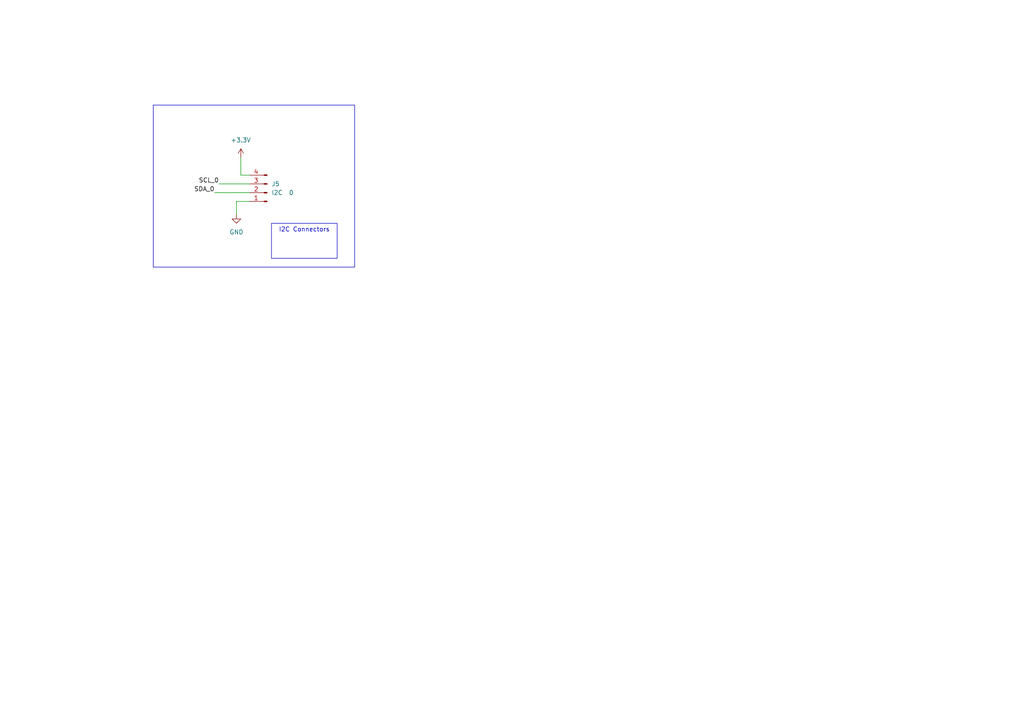
<source format=kicad_sch>
(kicad_sch (version 20230121) (generator eeschema)
  (paper "A4")
  (title_block (title "Helios board Connectors") (date "2023-12-03") (rev "1") (company "EHTP ElectroPower"))
  (lib_symbols
    (symbol "Connector:Conn_01x04_Pin" (pin_names (offset 1.016) hide)
      (property "Reference" "J" (at 0 5.08 0))
      (property "Value" "Conn_01x04_Pin" (at 0 -7.62 0))
      (symbol "Conn_01x04_Pin_1_1"
        (polyline (pts (xy 1.27 -5.08) (xy 0.8636 -5.08)) (stroke (width 0.1524)))
        (polyline (pts (xy 1.27 -2.54) (xy 0.8636 -2.54)) (stroke (width 0.1524)))
        (polyline (pts (xy 1.27 0) (xy 0.8636 0)) (stroke (width 0.1524)))
        (polyline (pts (xy 1.27 2.54) (xy 0.8636 2.54)) (stroke (width 0.1524)))
        (rectangle (start 0.8636 -4.953) (end 0 -5.207) (stroke (width 0.1524)) (fill (type outline)))
        (rectangle (start 0.8636 -2.413) (end 0 -2.667) (stroke (width 0.1524)) (fill (type outline)))
        (rectangle (start 0.8636 0.127) (end 0 -0.127) (stroke (width 0.1524)) (fill (type outline)))
        (rectangle (start 0.8636 2.667) (end 0 2.413) (stroke (width 0.1524)) (fill (type outline)))
        (pin passive line (at 5.08 2.54 180) (length 3.81) (name "Pin_1") (number "1"))
        (pin passive line (at 5.08 0 180) (length 3.81) (name "Pin_2") (number "2"))
        (pin passive line (at 5.08 -2.54 180) (length 3.81) (name "Pin_3") (number "3"))
        (pin passive line (at 5.08 -5.08 180) (length 3.81) (name "Pin_4") (number "4"))
      )
    )
    (symbol "power:+3.3V" (power) (pin_names (offset 0))
      (property "Value" "+3.3V" (at 0 3.556 0))
      (symbol "+3.3V_0_1"
        (polyline (pts (xy -0.762 1.27) (xy 0 2.54)))
        (polyline (pts (xy 0 0) (xy 0 2.54)))
        (polyline (pts (xy 0 2.54) (xy 0.762 1.27)))
      )
      (symbol "+3.3V_1_1"
        (pin power_in line (at 0 0 90) (length 0) hide (name "+3.3V") (number "1"))
      )
    )
    (symbol "power:GND" (power) (pin_names (offset 0))
      (property "Value" "GND" (at 0 -3.81 0))
      (symbol "GND_0_1"
        (polyline (pts (xy 0 0) (xy 0 -1.27) (xy 1.27 -1.27) (xy 0 -2.54) (xy -1.27 -1.27) (xy 0 -1.27)))
      )
      (symbol "GND_1_1"
        (pin power_in line (at 0 0 270) (length 0) hide (name "GND") (number "1"))
      )
    )
  )
  (wire (pts (xy 68.58 58.42) (xy 68.58 62.23)))
  (wire (pts (xy 69.85 50.8) (xy 72.39 50.8)))
  (wire (pts (xy 69.85 45.72) (xy 69.85 50.8)))
  (wire (pts (xy 62.23 55.88) (xy 72.39 55.88)))
  (wire (pts (xy 72.39 58.42) (xy 68.58 58.42)))
  (wire (pts (xy 63.5 53.34) (xy 72.39 53.34)))
  (rectangle (start 44.45 30.48) (end 102.87 77.47))
  (text_box "I2C Connectors" (at 78.74 64.77 0) (size 19.05 10.16) (effects (font (size 1.27 1.27)) (justify top)))
  (label "SCL_0" (at 63.5 53.34 180))
  (label "SDA_0" (at 62.23 55.88 180))
  (symbol (lib_id "power:GND") (at 68.58 62.23 0) (unit 1)
    (property "Reference" "#PWR021" (effects hide))
    (property "Value" "GND" (at 68.58 67.31 0))
    (instances (project "helios" (path "" (reference "#PWR021") (unit 1)) (path "" (reference "#PWR07") (unit 1))))
  )
  (symbol (lib_id "Connector:Conn_01x04_Pin") (at 77.47 55.88 180) (unit 1)
    (property "Reference" "J5" (at 78.74 53.34 0) (effects (justify right)))
    (property "Value" "I2C  0" (at 78.74 55.88 0) (effects (justify right)))
    (property "Footprint" "Connector_PinHeader_1.00mm:PinHeader_1x04_P1.00mm_Vertical" (effects hide))
    (instances (project "helios" (path "" (reference "J5") (unit 1)) (path "" (reference "I2C1") (unit 1))))
  )
  (symbol (lib_id "power:+3.3V") (at 69.85 45.72 0) (unit 1)
    (property "Reference" "#PWR07" (effects hide))
    (property "Value" "+3.3V" (at 69.85 40.64 0))
    (instances (project "helios" (path "" (reference "#PWR07") (unit 1)) (path "" (reference "#PWR021") (unit 1))))
  )
)
</source>
